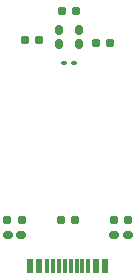
<source format=gbr>
%TF.GenerationSoftware,KiCad,Pcbnew,7.0.9*%
%TF.CreationDate,2024-01-13T12:42:42+01:00*%
%TF.ProjectId,attiny85_programmer,61747469-6e79-4383-955f-70726f677261,rev?*%
%TF.SameCoordinates,Original*%
%TF.FileFunction,Paste,Top*%
%TF.FilePolarity,Positive*%
%FSLAX46Y46*%
G04 Gerber Fmt 4.6, Leading zero omitted, Abs format (unit mm)*
G04 Created by KiCad (PCBNEW 7.0.9) date 2024-01-13 12:42:42*
%MOMM*%
%LPD*%
G01*
G04 APERTURE LIST*
G04 Aperture macros list*
%AMRoundRect*
0 Rectangle with rounded corners*
0 $1 Rounding radius*
0 $2 $3 $4 $5 $6 $7 $8 $9 X,Y pos of 4 corners*
0 Add a 4 corners polygon primitive as box body*
4,1,4,$2,$3,$4,$5,$6,$7,$8,$9,$2,$3,0*
0 Add four circle primitives for the rounded corners*
1,1,$1+$1,$2,$3*
1,1,$1+$1,$4,$5*
1,1,$1+$1,$6,$7*
1,1,$1+$1,$8,$9*
0 Add four rect primitives between the rounded corners*
20,1,$1+$1,$2,$3,$4,$5,0*
20,1,$1+$1,$4,$5,$6,$7,0*
20,1,$1+$1,$6,$7,$8,$9,0*
20,1,$1+$1,$8,$9,$2,$3,0*%
G04 Aperture macros list end*
%ADD10RoundRect,0.160000X-0.197500X-0.160000X0.197500X-0.160000X0.197500X0.160000X-0.197500X0.160000X0*%
%ADD11RoundRect,0.160000X0.197500X0.160000X-0.197500X0.160000X-0.197500X-0.160000X0.197500X-0.160000X0*%
%ADD12R,0.600000X1.160000*%
%ADD13R,0.300000X1.160000*%
%ADD14RoundRect,0.160000X-0.222500X-0.160000X0.222500X-0.160000X0.222500X0.160000X-0.222500X0.160000X0*%
%ADD15RoundRect,0.160000X0.222500X0.160000X-0.222500X0.160000X-0.222500X-0.160000X0.222500X-0.160000X0*%
%ADD16RoundRect,0.160000X-0.160000X0.222500X-0.160000X-0.222500X0.160000X-0.222500X0.160000X0.222500X0*%
%ADD17RoundRect,0.090000X0.139000X0.090000X-0.139000X0.090000X-0.139000X-0.090000X0.139000X-0.090000X0*%
G04 APERTURE END LIST*
D10*
%TO.C,R6*%
X133402500Y-93500000D03*
X134597500Y-93500000D03*
%TD*%
%TO.C,R5*%
X143597500Y-93500000D03*
X142402500Y-93500000D03*
%TD*%
D11*
%TO.C,R4*%
X142097500Y-78500000D03*
X140902500Y-78500000D03*
%TD*%
D10*
%TO.C,R3*%
X134902500Y-78250000D03*
X136097500Y-78250000D03*
%TD*%
%TO.C,R2*%
X138021806Y-75785149D03*
X139216806Y-75785149D03*
%TD*%
%TO.C,R1*%
X139097500Y-93500000D03*
X137902500Y-93500000D03*
%TD*%
D12*
%TO.C,P1*%
X135300000Y-97365000D03*
X136100000Y-97365000D03*
D13*
X137250000Y-97365000D03*
X138250000Y-97365000D03*
X138750000Y-97365000D03*
X139750000Y-97365000D03*
D12*
X140900000Y-97365000D03*
X141700000Y-97365000D03*
X141700000Y-97365000D03*
X140900000Y-97365000D03*
D13*
X140250000Y-97365000D03*
X139250000Y-97365000D03*
X137750000Y-97365000D03*
X136750000Y-97365000D03*
D12*
X136100000Y-97365000D03*
X135300000Y-97365000D03*
%TD*%
D14*
%TO.C,D4*%
X133427500Y-94750000D03*
X134572500Y-94750000D03*
%TD*%
D15*
%TO.C,D3*%
X142427500Y-94750000D03*
X143572500Y-94750000D03*
%TD*%
D16*
%TO.C,D2*%
X137750000Y-77427500D03*
X137750000Y-78572500D03*
%TD*%
%TO.C,D1*%
X139500000Y-77427500D03*
X139500000Y-78572500D03*
%TD*%
D17*
%TO.C,C1*%
X139025000Y-80250000D03*
X138160000Y-80250000D03*
%TD*%
M02*

</source>
